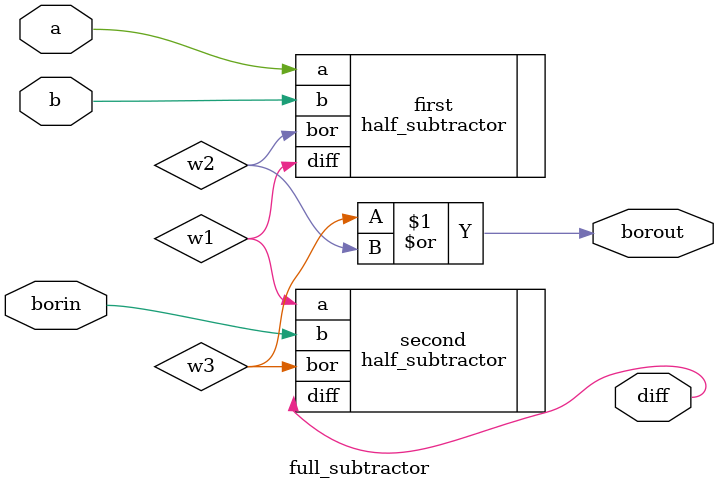
<source format=v>
module full_subtractor(a,b,borin,diff,borout);

input a,b,borin;
output diff,borout;
wire w1,w2,w3;
half_subtractor first(.a(a),.b(b),.diff(w1),.bor(w2));
half_subtractor second(.a(w1),.b(borin),.diff(diff),.bor(w3));
or (borout,w3,w2);
endmodule
</source>
